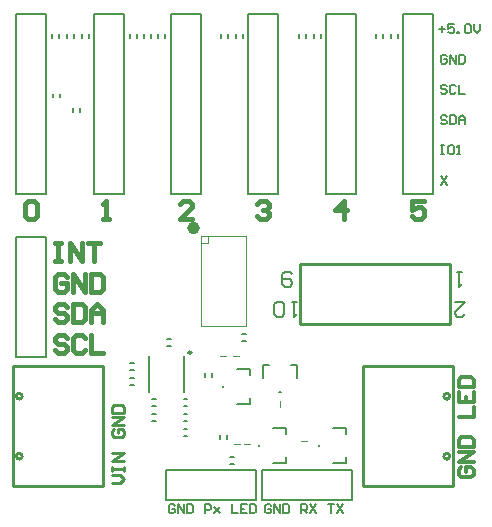
<source format=gto>
G04*
G04 #@! TF.GenerationSoftware,Altium Limited,Altium Designer,19.0.10 (269)*
G04*
G04 Layer_Color=65535*
%FSLAX25Y25*%
%MOIN*%
G70*
G01*
G75*
%ADD10C,0.02000*%
%ADD11C,0.01000*%
%ADD12C,0.00787*%
%ADD13C,0.00600*%
%ADD14C,0.00394*%
%ADD15C,0.00400*%
%ADD16C,0.01200*%
%ADD17C,0.00800*%
%ADD18C,0.01600*%
D10*
X205174Y294555D02*
G03*
X205174Y294555I-1118J0D01*
G01*
D11*
X289500Y218500D02*
G03*
X289500Y218500I-1000J0D01*
G01*
Y238500D02*
G03*
X289500Y238500I-1000J0D01*
G01*
X203346Y253100D02*
G03*
X203346Y253100I-500J0D01*
G01*
X147000Y238500D02*
G03*
X147000Y238500I-1000J0D01*
G01*
Y218500D02*
G03*
X147000Y218500I-1000J0D01*
G01*
X239500Y282500D02*
X289500D01*
X239500Y262500D02*
X289500D01*
Y282500D01*
X239500Y262500D02*
Y282500D01*
X260500Y208500D02*
X290500D01*
X260500Y248500D02*
X290500D01*
Y208500D02*
Y248500D01*
X260500Y208500D02*
Y248500D01*
X144000D02*
X174000D01*
X144000Y208500D02*
X174000D01*
X144000D02*
Y248500D01*
X174000Y208500D02*
Y248500D01*
X177001Y209500D02*
X179667D01*
X181000Y210833D01*
X179667Y212166D01*
X177001D01*
Y213499D02*
Y214832D01*
Y214165D01*
X181000D01*
Y213499D01*
Y214832D01*
Y216831D02*
X177001D01*
X181000Y219497D01*
X177001D01*
X177668Y227494D02*
X177001Y226828D01*
Y225495D01*
X177668Y224828D01*
X180333D01*
X181000Y225495D01*
Y226828D01*
X180333Y227494D01*
X179001D01*
Y226161D01*
X181000Y228827D02*
X177001D01*
X181000Y231493D01*
X177001D01*
Y232826D02*
X181000D01*
Y234825D01*
X180333Y235492D01*
X177668D01*
X177001Y234825D01*
Y232826D01*
D12*
X212819Y224410D02*
Y225590D01*
X215181Y224410D02*
Y225590D01*
X220409Y259181D02*
X221590D01*
X220409Y256819D02*
X221590D01*
X210181Y244910D02*
Y246091D01*
X207819Y244910D02*
Y246091D01*
X216409Y218181D02*
X217590D01*
X216409Y215819D02*
X217590D01*
X194886Y214000D02*
X224886D01*
X194886Y204000D02*
Y214000D01*
Y204000D02*
X224886D01*
Y214000D01*
X170800Y306000D02*
X180800D01*
X170800Y366000D02*
X180800D01*
Y306000D02*
Y366000D01*
X170800Y306000D02*
Y366000D01*
X145000Y306000D02*
X155000D01*
X145000Y366000D02*
X155000D01*
Y306000D02*
Y366000D01*
X145000Y306000D02*
Y366000D01*
X182819Y357909D02*
Y359090D01*
X185181Y357909D02*
Y359090D01*
X166819Y357909D02*
Y359090D01*
X169181Y357909D02*
Y359090D01*
X161819Y357909D02*
Y359090D01*
X164181Y357909D02*
Y359090D01*
X156819Y357909D02*
Y359090D01*
X159181Y357909D02*
Y359090D01*
X157319Y338164D02*
Y339345D01*
X159681Y338164D02*
Y339345D01*
X166414Y333410D02*
Y334591D01*
X164051Y333410D02*
Y334591D01*
X145000Y291500D02*
X155000D01*
Y251500D02*
Y291500D01*
X145000Y251500D02*
Y291500D01*
Y251500D02*
X155000D01*
X222400Y306000D02*
X232400D01*
X222400Y366000D02*
X232400D01*
Y306000D02*
Y366000D01*
X222400Y306000D02*
Y366000D01*
X196600Y306000D02*
X206600D01*
X196600Y366000D02*
X206600D01*
Y306000D02*
Y366000D01*
X196600Y306000D02*
Y366000D01*
X218319Y357909D02*
Y359090D01*
X220681Y357909D02*
Y359090D01*
X213319Y357909D02*
Y359090D01*
X215681Y357909D02*
Y359090D01*
X192319Y357909D02*
Y359090D01*
X194681Y357909D02*
Y359090D01*
X187480Y357909D02*
Y359090D01*
X189842Y357909D02*
Y359090D01*
X227000Y214000D02*
X257000D01*
X227000Y204000D02*
Y214000D01*
Y204000D02*
X257000D01*
Y214000D01*
X274000Y306000D02*
X284000D01*
X274000Y366000D02*
X284000D01*
Y306000D02*
Y366000D01*
X274000Y306000D02*
Y366000D01*
X248200Y306000D02*
X258200D01*
X248200Y366000D02*
X258200D01*
Y306000D02*
Y366000D01*
X248200Y306000D02*
Y366000D01*
X269819Y357909D02*
Y359090D01*
X272181Y357909D02*
Y359090D01*
X264819Y357909D02*
Y359090D01*
X267181Y357909D02*
Y359090D01*
X244319Y357909D02*
Y359090D01*
X246681Y357909D02*
Y359090D01*
X239319Y357909D02*
Y359090D01*
X241681Y357909D02*
Y359090D01*
X200764Y235319D02*
X201945D01*
X200764Y237681D02*
X201945D01*
X200764Y230319D02*
X201945D01*
X200764Y232681D02*
X201945D01*
X200764Y225319D02*
X201945D01*
X200764Y227681D02*
X201945D01*
X183055Y244681D02*
X184236D01*
X183055Y242319D02*
X184236D01*
X183055Y249681D02*
X184236D01*
X183055Y247319D02*
X184236D01*
X190409Y237681D02*
X191591D01*
X190409Y235319D02*
X191591D01*
X195409Y255205D02*
X196591D01*
X195409Y257567D02*
X196591D01*
X190409Y230319D02*
X191591D01*
X190409Y232681D02*
X191591D01*
D13*
X250500Y216250D02*
X255000D01*
X250500Y227750D02*
X255000D01*
Y216250D02*
Y218250D01*
X246000Y221750D02*
Y222250D01*
X255000Y225750D02*
Y227750D01*
X230500Y216250D02*
X235000D01*
X230500Y227750D02*
X235000D01*
Y216250D02*
Y218250D01*
X226000Y221750D02*
Y222250D01*
X235000Y225750D02*
Y227750D01*
X200946Y252000D02*
X201046Y240000D01*
X189246D02*
Y252000D01*
X218500Y236000D02*
X223000D01*
X218500Y247500D02*
X223000D01*
Y236000D02*
Y238000D01*
X214000Y241500D02*
Y242000D01*
X223000Y245500D02*
Y247500D01*
X238750Y244500D02*
Y249000D01*
X227250Y244500D02*
Y249000D01*
X236750D02*
X238750D01*
X232750Y240000D02*
X233250D01*
X227250Y249000D02*
X229250D01*
D14*
X240000Y223500D02*
X242000D01*
X217500Y222500D02*
X219500D01*
X221000D02*
X223000D01*
X217146Y252000D02*
X219146D01*
X213000D02*
X215000D01*
X233000Y235000D02*
Y237000D01*
D15*
X206500Y262000D02*
X221500D01*
Y292000D01*
X206500Y262000D02*
Y292000D01*
X221500D01*
X209000Y289500D02*
Y292000D01*
X206500Y289500D02*
X209000D01*
D16*
X293335Y214832D02*
X292502Y213999D01*
Y212333D01*
X293335Y211500D01*
X296667D01*
X297500Y212333D01*
Y213999D01*
X296667Y214832D01*
X295001D01*
Y213166D01*
X297500Y216498D02*
X292502D01*
X297500Y219831D01*
X292502D01*
Y221497D02*
X297500D01*
Y223996D01*
X296667Y224829D01*
X293335D01*
X292502Y223996D01*
Y221497D01*
Y231493D02*
X297500D01*
Y234826D01*
X292502Y239824D02*
Y236492D01*
X297500D01*
Y239824D01*
X295001Y236492D02*
Y238158D01*
X292502Y241490D02*
X297500D01*
Y243989D01*
X296667Y244823D01*
X293335D01*
X292502Y243989D01*
Y241490D01*
D17*
X197885Y201999D02*
X197385Y202499D01*
X196386D01*
X195886Y201999D01*
Y200000D01*
X196386Y199500D01*
X197385D01*
X197885Y200000D01*
Y200999D01*
X196885D01*
X198885Y199500D02*
Y202499D01*
X200884Y199500D01*
Y202499D01*
X201884D02*
Y199500D01*
X203383D01*
X203883Y200000D01*
Y201999D01*
X203383Y202499D01*
X201884D01*
X207882Y199500D02*
Y202499D01*
X209381D01*
X209881Y201999D01*
Y200999D01*
X209381Y200500D01*
X207882D01*
X210881Y201499D02*
X212880Y199500D01*
X211881Y200500D01*
X212880Y201499D01*
X210881Y199500D01*
X216879Y202499D02*
Y199500D01*
X218878D01*
X221877Y202499D02*
X219878D01*
Y199500D01*
X221877D01*
X219878Y200999D02*
X220878D01*
X222877Y202499D02*
Y199500D01*
X224377D01*
X224876Y200000D01*
Y201999D01*
X224377Y202499D01*
X222877D01*
X229999Y201999D02*
X229500Y202499D01*
X228500D01*
X228000Y201999D01*
Y200000D01*
X228500Y199500D01*
X229500D01*
X229999Y200000D01*
Y200999D01*
X229000D01*
X230999Y199500D02*
Y202499D01*
X232998Y199500D01*
Y202499D01*
X233998D02*
Y199500D01*
X235498D01*
X235997Y200000D01*
Y201999D01*
X235498Y202499D01*
X233998D01*
X239996Y199500D02*
Y202499D01*
X241496D01*
X241996Y201999D01*
Y200999D01*
X241496Y200500D01*
X239996D01*
X240996D02*
X241996Y199500D01*
X242995Y202499D02*
X244994Y199500D01*
Y202499D02*
X242995Y199500D01*
X248993Y202499D02*
X250993D01*
X249993D01*
Y199500D01*
X251992Y202499D02*
X253992Y199500D01*
Y202499D02*
X251992Y199500D01*
X286500Y311999D02*
X288499Y309000D01*
Y311999D02*
X286500Y309000D01*
Y322099D02*
X287500D01*
X287000D01*
Y319100D01*
X286500D01*
X287500D01*
X290499Y322099D02*
X289499D01*
X288999Y321599D01*
Y319600D01*
X289499Y319100D01*
X290499D01*
X290999Y319600D01*
Y321599D01*
X290499Y322099D01*
X291998Y319100D02*
X292998D01*
X292498D01*
Y322099D01*
X291998Y321599D01*
X288499Y331699D02*
X288000Y332199D01*
X287000D01*
X286500Y331699D01*
Y331199D01*
X287000Y330699D01*
X288000D01*
X288499Y330200D01*
Y329700D01*
X288000Y329200D01*
X287000D01*
X286500Y329700D01*
X289499Y332199D02*
Y329200D01*
X290999D01*
X291498Y329700D01*
Y331699D01*
X290999Y332199D01*
X289499D01*
X292498Y329200D02*
Y331199D01*
X293498Y332199D01*
X294497Y331199D01*
Y329200D01*
Y330699D01*
X292498D01*
X288499Y341799D02*
X288000Y342299D01*
X287000D01*
X286500Y341799D01*
Y341299D01*
X287000Y340799D01*
X288000D01*
X288499Y340300D01*
Y339800D01*
X288000Y339300D01*
X287000D01*
X286500Y339800D01*
X291498Y341799D02*
X290999Y342299D01*
X289999D01*
X289499Y341799D01*
Y339800D01*
X289999Y339300D01*
X290999D01*
X291498Y339800D01*
X292498Y342299D02*
Y339300D01*
X294497D01*
X288499Y351899D02*
X288000Y352399D01*
X287000D01*
X286500Y351899D01*
Y349900D01*
X287000Y349400D01*
X288000D01*
X288499Y349900D01*
Y350900D01*
X287500D01*
X289499Y349400D02*
Y352399D01*
X291498Y349400D01*
Y352399D01*
X292498D02*
Y349400D01*
X293998D01*
X294497Y349900D01*
Y351899D01*
X293998Y352399D01*
X292498D01*
X286000Y360999D02*
X287999D01*
X287000Y361999D02*
Y360000D01*
X290998Y362499D02*
X288999D01*
Y360999D01*
X289999Y361499D01*
X290498D01*
X290998Y360999D01*
Y360000D01*
X290498Y359500D01*
X289499D01*
X288999Y360000D01*
X291998Y359500D02*
Y360000D01*
X292498D01*
Y359500D01*
X291998D01*
X294497Y361999D02*
X294997Y362499D01*
X295997D01*
X296497Y361999D01*
Y360000D01*
X295997Y359500D01*
X294997D01*
X294497Y360000D01*
Y361999D01*
X297496Y362499D02*
Y360500D01*
X298496Y359500D01*
X299496Y360500D01*
Y362499D01*
X291168Y270000D02*
X294500D01*
X291168Y266668D01*
Y265835D01*
X292001Y265002D01*
X293667D01*
X294500Y265835D01*
X293500Y280000D02*
X291834D01*
X292667D01*
Y275002D01*
X293500Y275835D01*
X237000Y279167D02*
X236167Y280000D01*
X234501D01*
X233668Y279167D01*
Y275835D01*
X234501Y275002D01*
X236167D01*
X237000Y275835D01*
Y276668D01*
X236167Y277501D01*
X233668D01*
X238500Y270000D02*
X236834D01*
X237667D01*
Y265002D01*
X238500Y265835D01*
X234335D02*
X233502Y265002D01*
X231836D01*
X231002Y265835D01*
Y269167D01*
X231836Y270000D01*
X233502D01*
X234335Y269167D01*
Y265835D01*
D18*
X158000Y289498D02*
X159999D01*
X159000D01*
Y283500D01*
X158000D01*
X159999D01*
X162998D02*
Y289498D01*
X166997Y283500D01*
Y289498D01*
X168996D02*
X172995D01*
X170996D01*
Y283500D01*
X161999Y278332D02*
X160999Y279331D01*
X159000D01*
X158000Y278332D01*
Y274333D01*
X159000Y273333D01*
X160999D01*
X161999Y274333D01*
Y276332D01*
X159999D01*
X163998Y273333D02*
Y279331D01*
X167997Y273333D01*
Y279331D01*
X169996D02*
Y273333D01*
X172995D01*
X173995Y274333D01*
Y278332D01*
X172995Y279331D01*
X169996D01*
X161999Y268165D02*
X160999Y269165D01*
X159000D01*
X158000Y268165D01*
Y267165D01*
X159000Y266166D01*
X160999D01*
X161999Y265166D01*
Y264166D01*
X160999Y263167D01*
X159000D01*
X158000Y264166D01*
X163998Y269165D02*
Y263167D01*
X166997D01*
X167997Y264166D01*
Y268165D01*
X166997Y269165D01*
X163998D01*
X169996Y263167D02*
Y267165D01*
X171995Y269165D01*
X173995Y267165D01*
Y263167D01*
Y266166D01*
X169996D01*
X161999Y257998D02*
X160999Y258998D01*
X159000D01*
X158000Y257998D01*
Y256999D01*
X159000Y255999D01*
X160999D01*
X161999Y254999D01*
Y254000D01*
X160999Y253000D01*
X159000D01*
X158000Y254000D01*
X167997Y257998D02*
X166997Y258998D01*
X164998D01*
X163998Y257998D01*
Y254000D01*
X164998Y253000D01*
X166997D01*
X167997Y254000D01*
X169996Y258998D02*
Y253000D01*
X173995D01*
X280999Y303498D02*
X277000D01*
Y300499D01*
X278999Y301499D01*
X279999D01*
X280999Y300499D01*
Y298500D01*
X279999Y297500D01*
X278000D01*
X277000Y298500D01*
X254199Y297500D02*
Y303498D01*
X251200Y300499D01*
X255199D01*
X225400Y302498D02*
X226400Y303498D01*
X228399D01*
X229399Y302498D01*
Y301499D01*
X228399Y300499D01*
X227399D01*
X228399D01*
X229399Y299499D01*
Y298500D01*
X228399Y297500D01*
X226400D01*
X225400Y298500D01*
X203599Y297500D02*
X199600D01*
X203599Y301499D01*
Y302498D01*
X202599Y303498D01*
X200600D01*
X199600Y302498D01*
X173800Y297500D02*
X175799D01*
X174800D01*
Y303498D01*
X173800Y302498D01*
X148000D02*
X149000Y303498D01*
X150999D01*
X151999Y302498D01*
Y298500D01*
X150999Y297500D01*
X149000D01*
X148000Y298500D01*
Y302498D01*
M02*

</source>
